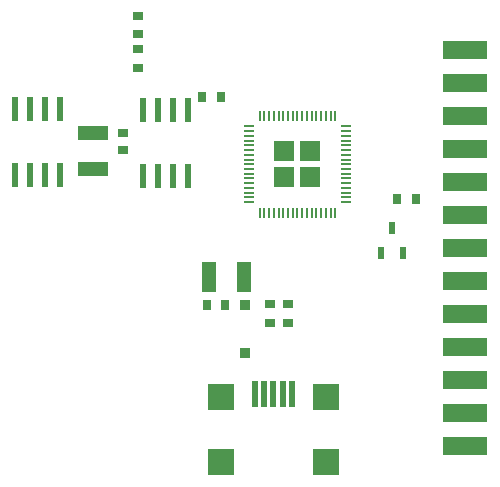
<source format=gtp>
G04 #@! TF.GenerationSoftware,KiCad,Pcbnew,(5.1.0-9-gc61ec8ee3)*
G04 #@! TF.CreationDate,2019-03-28T20:20:23-04:00*
G04 #@! TF.ProjectId,MPG_PSoC,4d50475f-5053-46f4-932e-6b696361645f,rev?*
G04 #@! TF.SameCoordinates,Original*
G04 #@! TF.FileFunction,Paste,Top*
G04 #@! TF.FilePolarity,Positive*
%FSLAX46Y46*%
G04 Gerber Fmt 4.6, Leading zero omitted, Abs format (unit mm)*
G04 Created by KiCad (PCBNEW (5.1.0-9-gc61ec8ee3)) date 2019-03-28 20:20:23*
%MOMM*%
%LPD*%
G04 APERTURE LIST*
%ADD10R,1.800000X1.800000*%
%ADD11O,0.200000X1.000000*%
%ADD12O,1.000000X0.200000*%
%ADD13R,0.599440X1.998980*%
%ADD14R,0.700000X0.900000*%
%ADD15R,0.900000X0.700000*%
%ADD16R,1.200000X2.500000*%
%ADD17R,2.500000X1.200000*%
%ADD18R,0.950000X0.900000*%
%ADD19R,2.197100X2.197100*%
%ADD20R,0.497840X2.197100*%
%ADD21R,3.810000X1.524000*%
%ADD22R,0.599440X1.000760*%
G04 APERTURE END LIST*
D10*
X153627000Y-79967000D03*
X151427000Y-79967000D03*
X151427000Y-77767000D03*
X153627000Y-77767000D03*
D11*
X149327000Y-74767000D03*
X149727000Y-74767000D03*
X150127000Y-74767000D03*
X150527000Y-74767000D03*
X150927000Y-74767000D03*
X151327000Y-74767000D03*
X151727000Y-74767000D03*
X152127000Y-74767000D03*
X152527000Y-74767000D03*
X152927000Y-74767000D03*
X153327000Y-74767000D03*
X153727000Y-74767000D03*
X154127000Y-74767000D03*
X154527000Y-74767000D03*
X154927000Y-74767000D03*
X155327000Y-74767000D03*
X155727000Y-74767000D03*
D12*
X156627000Y-75667000D03*
X156627000Y-76067000D03*
X156627000Y-76467000D03*
X156627000Y-76867000D03*
X156627000Y-77267000D03*
X156627000Y-77667000D03*
X156627000Y-78067000D03*
X156627000Y-78467000D03*
X156627000Y-78867000D03*
X156627000Y-79267000D03*
X156627000Y-79667000D03*
X156627000Y-80067000D03*
X156627000Y-80467000D03*
X156627000Y-80867000D03*
X156627000Y-81267000D03*
X156627000Y-81667000D03*
X156627000Y-82067000D03*
D11*
X155727000Y-82967000D03*
X155327000Y-82967000D03*
X154927000Y-82967000D03*
X154527000Y-82967000D03*
X154127000Y-82967000D03*
X153727000Y-82967000D03*
X153327000Y-82967000D03*
X152927000Y-82967000D03*
X152527000Y-82967000D03*
X152127000Y-82967000D03*
X151727000Y-82967000D03*
X151327000Y-82967000D03*
X150927000Y-82967000D03*
X150527000Y-82967000D03*
X150127000Y-82967000D03*
X149727000Y-82967000D03*
X149327000Y-82967000D03*
D12*
X148427000Y-82067000D03*
X148427000Y-81667000D03*
X148427000Y-81267000D03*
X148427000Y-80867000D03*
X148427000Y-80467000D03*
X148427000Y-80067000D03*
X148427000Y-79667000D03*
X148427000Y-79267000D03*
X148427000Y-78867000D03*
X148427000Y-78467000D03*
X148427000Y-78067000D03*
X148427000Y-77667000D03*
X148427000Y-77267000D03*
X148427000Y-76867000D03*
X148427000Y-76467000D03*
X148427000Y-76067000D03*
X148427000Y-75667000D03*
D13*
X143256000Y-79883000D03*
X141986000Y-79883000D03*
X140716000Y-79883000D03*
X139446000Y-79883000D03*
X139446000Y-74295000D03*
X140716000Y-74295000D03*
X141986000Y-74295000D03*
X143256000Y-74295000D03*
D14*
X144907000Y-90805000D03*
X146407000Y-90805000D03*
D15*
X137795000Y-77700000D03*
X137795000Y-76200000D03*
D16*
X145034000Y-88392000D03*
X148034000Y-88392000D03*
D17*
X135255000Y-79248000D03*
X135255000Y-76248000D03*
D18*
X148082000Y-94862000D03*
X148082000Y-90812000D03*
D19*
X154924760Y-98615500D03*
D20*
X148897340Y-98336100D03*
X149697440Y-98336100D03*
X150495000Y-98336100D03*
X151292560Y-98336100D03*
X152092660Y-98336100D03*
D19*
X146065240Y-98615500D03*
X146065240Y-104114600D03*
X154924760Y-104114600D03*
D21*
X166751000Y-102743000D03*
X166751000Y-99949000D03*
X166751000Y-97155000D03*
X166751000Y-94361000D03*
X166751000Y-91567000D03*
X166751000Y-88773000D03*
X166751000Y-85979000D03*
X166751000Y-83185000D03*
X166751000Y-80391000D03*
X166751000Y-77597000D03*
X166751000Y-74803000D03*
X166751000Y-72009000D03*
X166751000Y-69215000D03*
D22*
X161480500Y-86400640D03*
X160528000Y-84287360D03*
X159575500Y-86400640D03*
D15*
X150241000Y-90729000D03*
X150241000Y-92329000D03*
X151765000Y-92329000D03*
X151765000Y-90729000D03*
D14*
X162560000Y-81788000D03*
X160960000Y-81788000D03*
D13*
X132461000Y-74168000D03*
X131191000Y-74168000D03*
X129921000Y-74168000D03*
X128651000Y-74168000D03*
X128651000Y-79756000D03*
X129921000Y-79756000D03*
X131191000Y-79756000D03*
X132461000Y-79756000D03*
D15*
X139065000Y-67806000D03*
X139065000Y-66306000D03*
X139065000Y-70688000D03*
X139065000Y-69088000D03*
D14*
X144450000Y-73152000D03*
X146050000Y-73152000D03*
M02*

</source>
